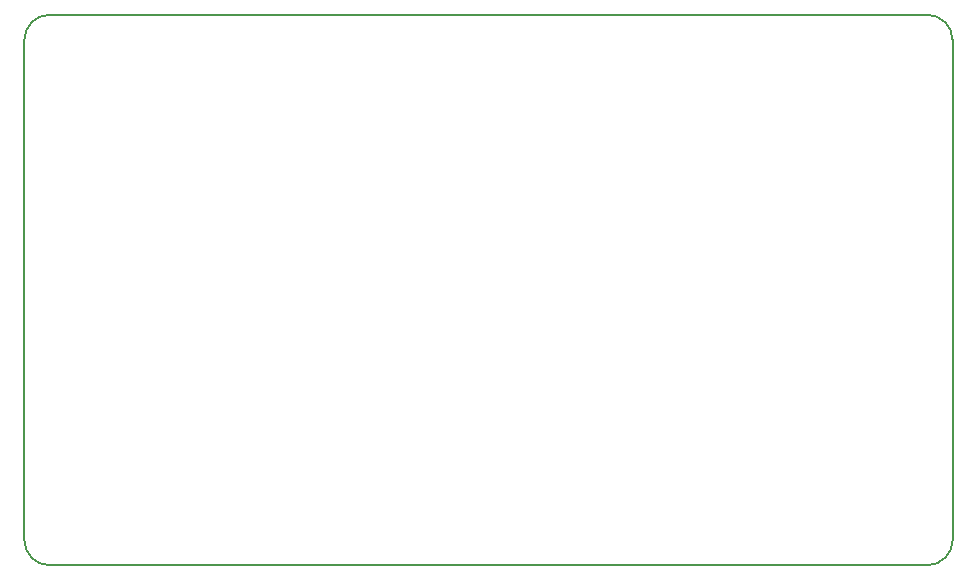
<source format=gko>
G04 start of page 4 for group 2 idx 2 *
G04 Title: (unknown), outline *
G04 Creator: pcb 20110918 *
G04 CreationDate: Fri Dec 20 21:41:05 2013 UTC *
G04 For: fosse *
G04 Format: Gerber/RS-274X *
G04 PCB-Dimensions: 316500 193500 *
G04 PCB-Coordinate-Origin: lower left *
%MOIN*%
%FSLAX25Y25*%
%LNOUTLINE*%
%ADD58C,0.0060*%
G54D58*X3000Y180000D02*Y13500D01*
X304000Y5000D02*X11500D01*
Y188500D02*X304000D01*
X312500Y180000D02*Y13500D01*
X11500Y5000D02*G75*G02X3000Y13500I0J8500D01*G01*
Y180000D02*G75*G02X11500Y188500I8500J0D01*G01*
X312500Y13500D02*G75*G02X304000Y5000I-8500J0D01*G01*
Y188500D02*G75*G02X312500Y180000I0J-8500D01*G01*
M02*

</source>
